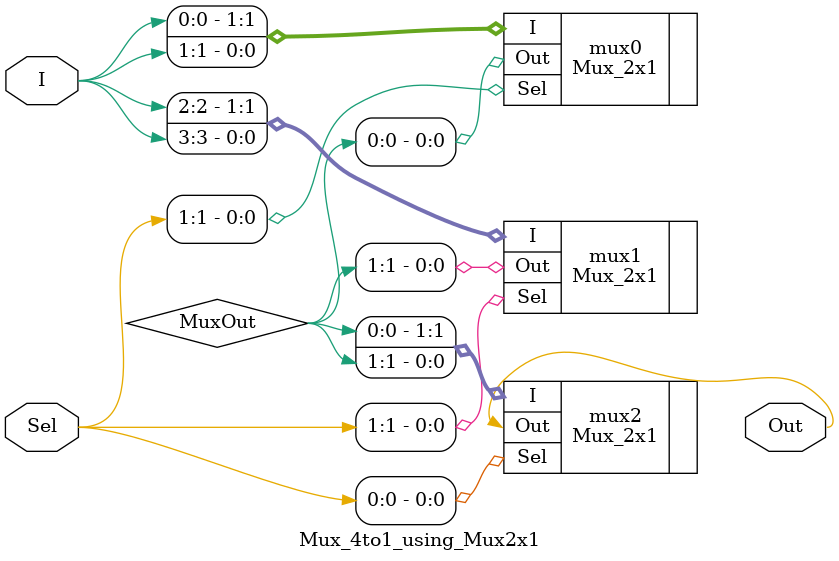
<source format=v>
module Mux_4to1_using_Mux2x1 (I, Sel, Out);

  input [3:0] I;     // 4-bit input bus
  input [1:0] Sel;   // 2-bit select input
  output Out;        // Output

  wire [1:0] MuxOut; // Output from each 2-to-1 MUX

  Mux_2x1 mux0 (
    .I({I[0], I[1]}), // Select inputs {I[0], I[1]}
    .Sel(Sel[1]),     // Select bit Sel[1]
    .Out(MuxOut[0])   // Output of the first MUX
  );

  Mux_2x1 mux1 (
    .I({I[2], I[3]}), // Select inputs {I[2], I[3]}
    .Sel(Sel[1]),     // Select bit Sel[1]
    .Out(MuxOut[1])   // Output of the second MUX
  );

  Mux_2x1 mux2 (
    .I({MuxOut[0], MuxOut[1]}), // Select inputs {MuxOut[0], MuxOut[1]}
    .Sel(Sel[0]),               // Select bit Sel[0]
    .Out(Out)                   // Final output
  );

endmodule

</source>
